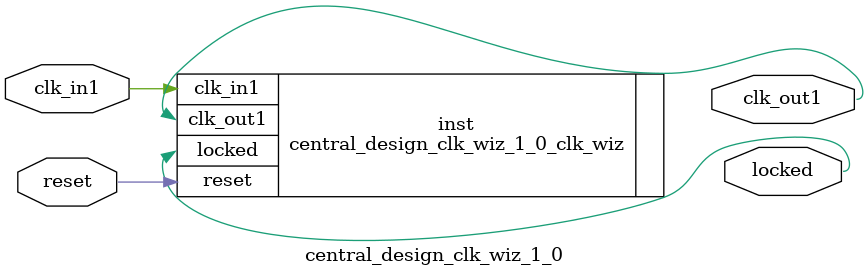
<source format=v>


`timescale 1ps/1ps

(* CORE_GENERATION_INFO = "central_design_clk_wiz_1_0,clk_wiz_v6_0_6_0_0,{component_name=central_design_clk_wiz_1_0,use_phase_alignment=true,use_min_o_jitter=false,use_max_i_jitter=false,use_dyn_phase_shift=false,use_inclk_switchover=false,use_dyn_reconfig=false,enable_axi=0,feedback_source=FDBK_AUTO,PRIMITIVE=MMCM,num_out_clk=1,clkin1_period=10.000,clkin2_period=10.000,use_power_down=false,use_reset=true,use_locked=true,use_inclk_stopped=false,feedback_type=SINGLE,CLOCK_MGR_TYPE=NA,manual_override=false}" *)

module central_design_clk_wiz_1_0 
 (
  // Clock out ports
  output        clk_out1,
  // Status and control signals
  input         reset,
  output        locked,
 // Clock in ports
  input         clk_in1
 );

  central_design_clk_wiz_1_0_clk_wiz inst
  (
  // Clock out ports  
  .clk_out1(clk_out1),
  // Status and control signals               
  .reset(reset), 
  .locked(locked),
 // Clock in ports
  .clk_in1(clk_in1)
  );

endmodule

</source>
